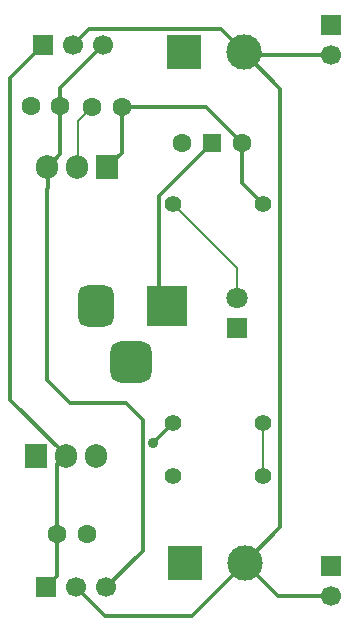
<source format=gtl>
%TF.GenerationSoftware,KiCad,Pcbnew,9.0.4*%
%TF.CreationDate,2025-10-15T15:11:25+01:00*%
%TF.ProjectId,breadboardPowerSupply,62726561-6462-46f6-9172-64506f776572,rev?*%
%TF.SameCoordinates,Original*%
%TF.FileFunction,Copper,L1,Top*%
%TF.FilePolarity,Positive*%
%FSLAX46Y46*%
G04 Gerber Fmt 4.6, Leading zero omitted, Abs format (unit mm)*
G04 Created by KiCad (PCBNEW 9.0.4) date 2025-10-15 15:11:25*
%MOMM*%
%LPD*%
G01*
G04 APERTURE LIST*
G04 Aperture macros list*
%AMRoundRect*
0 Rectangle with rounded corners*
0 $1 Rounding radius*
0 $2 $3 $4 $5 $6 $7 $8 $9 X,Y pos of 4 corners*
0 Add a 4 corners polygon primitive as box body*
4,1,4,$2,$3,$4,$5,$6,$7,$8,$9,$2,$3,0*
0 Add four circle primitives for the rounded corners*
1,1,$1+$1,$2,$3*
1,1,$1+$1,$4,$5*
1,1,$1+$1,$6,$7*
1,1,$1+$1,$8,$9*
0 Add four rect primitives between the rounded corners*
20,1,$1+$1,$2,$3,$4,$5,0*
20,1,$1+$1,$4,$5,$6,$7,0*
20,1,$1+$1,$6,$7,$8,$9,0*
20,1,$1+$1,$8,$9,$2,$3,0*%
G04 Aperture macros list end*
%TA.AperFunction,ComponentPad*%
%ADD10RoundRect,0.875000X-0.875000X-0.875000X0.875000X-0.875000X0.875000X0.875000X-0.875000X0.875000X0*%
%TD*%
%TA.AperFunction,ComponentPad*%
%ADD11RoundRect,0.750000X-0.750000X-1.000000X0.750000X-1.000000X0.750000X1.000000X-0.750000X1.000000X0*%
%TD*%
%TA.AperFunction,ComponentPad*%
%ADD12R,3.500000X3.500000*%
%TD*%
%TA.AperFunction,ComponentPad*%
%ADD13R,3.000000X3.000000*%
%TD*%
%TA.AperFunction,ComponentPad*%
%ADD14C,3.000000*%
%TD*%
%TA.AperFunction,ComponentPad*%
%ADD15C,1.400000*%
%TD*%
%TA.AperFunction,ComponentPad*%
%ADD16R,1.500000X1.500000*%
%TD*%
%TA.AperFunction,ComponentPad*%
%ADD17C,1.600000*%
%TD*%
%TA.AperFunction,ComponentPad*%
%ADD18R,1.700000X1.700000*%
%TD*%
%TA.AperFunction,ComponentPad*%
%ADD19C,1.700000*%
%TD*%
%TA.AperFunction,ComponentPad*%
%ADD20R,1.800000X1.800000*%
%TD*%
%TA.AperFunction,ComponentPad*%
%ADD21C,1.800000*%
%TD*%
%TA.AperFunction,ComponentPad*%
%ADD22R,1.905000X2.000000*%
%TD*%
%TA.AperFunction,ComponentPad*%
%ADD23O,1.905000X2.000000*%
%TD*%
%TA.AperFunction,ViaPad*%
%ADD24C,0.900000*%
%TD*%
%TA.AperFunction,Conductor*%
%ADD25C,0.350000*%
%TD*%
%TA.AperFunction,Conductor*%
%ADD26C,0.200000*%
%TD*%
G04 APERTURE END LIST*
D10*
%TO.P,J6,3*%
%TO.N,GND*%
X153090000Y-115982500D03*
D11*
%TO.P,J6,2*%
X150090000Y-111282500D03*
D12*
%TO.P,J6,1*%
%TO.N,/PWR_input*%
X156090000Y-111282500D03*
%TD*%
D13*
%TO.P,J5,1,Pin_1*%
%TO.N,GND*%
X157600000Y-133010000D03*
D14*
%TO.P,J5,2,Pin_2*%
%TO.N,/PWR_output*%
X162680000Y-133010000D03*
%TD*%
D15*
%TO.P,R3,1*%
%TO.N,GND*%
X156640000Y-125620000D03*
%TO.P,R3,2*%
%TO.N,Net-(U2-ADJ)*%
X164260000Y-125620000D03*
%TD*%
D16*
%TO.P,SW1,1,B*%
%TO.N,/PWR_input*%
X159940000Y-97440000D03*
D17*
%TO.P,SW1,2,C*%
%TO.N,unconnected-(SW1-C-Pad2)*%
X157400000Y-97440000D03*
%TO.P,SW1,3,A*%
%TO.N,/12V*%
X162480000Y-97440000D03*
%TD*%
D18*
%TO.P,J1,1,Pin_1*%
%TO.N,GND*%
X170000000Y-87460000D03*
D19*
%TO.P,J1,2,Pin_2*%
%TO.N,/PWR_output*%
X170000000Y-90000000D03*
%TD*%
D18*
%TO.P,J4,1,Pin_1*%
%TO.N,/3.3V*%
X145890000Y-135090000D03*
D19*
%TO.P,J4,2,Pin_2*%
%TO.N,/PWR_output*%
X148430000Y-135090000D03*
%TO.P,J4,3,Pin_3*%
%TO.N,/5V*%
X150970000Y-135090000D03*
%TD*%
D17*
%TO.P,C1,1*%
%TO.N,GND*%
X149760000Y-94400000D03*
%TO.P,C1,2*%
%TO.N,/12V*%
X152260000Y-94400000D03*
%TD*%
D18*
%TO.P,J3,1,Pin_1*%
%TO.N,/3.3V*%
X145620000Y-89210000D03*
D19*
%TO.P,J3,2,Pin_2*%
%TO.N,/PWR_output*%
X148160000Y-89210000D03*
%TO.P,J3,3,Pin_3*%
%TO.N,/5V*%
X150700000Y-89210000D03*
%TD*%
D13*
%TO.P,J7,1,Pin_1*%
%TO.N,GND*%
X157520000Y-89770000D03*
D14*
%TO.P,J7,2,Pin_2*%
%TO.N,/PWR_output*%
X162600000Y-89770000D03*
%TD*%
D18*
%TO.P,J2,1,Pin_1*%
%TO.N,GND*%
X169980000Y-133280000D03*
D19*
%TO.P,J2,2,Pin_2*%
%TO.N,/PWR_output*%
X169980000Y-135820000D03*
%TD*%
D17*
%TO.P,C3,1*%
%TO.N,/3.3V*%
X146830000Y-130550000D03*
%TO.P,C3,2*%
%TO.N,GND*%
X149330000Y-130550000D03*
%TD*%
D15*
%TO.P,R1,1*%
%TO.N,Net-(U2-ADJ)*%
X164260000Y-121150000D03*
%TO.P,R1,2*%
%TO.N,/3.3V*%
X156640000Y-121150000D03*
%TD*%
D17*
%TO.P,C2,1*%
%TO.N,/5V*%
X147070000Y-94300000D03*
%TO.P,C2,2*%
%TO.N,GND*%
X144570000Y-94300000D03*
%TD*%
D20*
%TO.P,D1,1,K*%
%TO.N,GND*%
X162000000Y-113125000D03*
D21*
%TO.P,D1,2,A*%
%TO.N,Net-(D1-A)*%
X162000000Y-110585000D03*
%TD*%
D22*
%TO.P,U2,1,ADJ*%
%TO.N,Net-(U2-ADJ)*%
X145000000Y-123950000D03*
D23*
%TO.P,U2,2,VO*%
%TO.N,/3.3V*%
X147540000Y-123950000D03*
%TO.P,U2,3,VI*%
%TO.N,/12V*%
X150080000Y-123950000D03*
%TD*%
D15*
%TO.P,R2,1*%
%TO.N,Net-(D1-A)*%
X156620000Y-102640000D03*
%TO.P,R2,2*%
%TO.N,/12V*%
X164240000Y-102640000D03*
%TD*%
D22*
%TO.P,U1,1,VI*%
%TO.N,/12V*%
X151060000Y-99520000D03*
D23*
%TO.P,U1,2,GND*%
%TO.N,GND*%
X148520000Y-99520000D03*
%TO.P,U1,3,VO*%
%TO.N,/5V*%
X145980000Y-99520000D03*
%TD*%
D24*
%TO.N,/3.3V*%
X154925000Y-122900000D03*
%TD*%
D25*
%TO.N,/12V*%
X152260000Y-98320000D02*
X151060000Y-99520000D01*
X152260000Y-94400000D02*
X152260000Y-98320000D01*
D26*
%TO.N,GND*%
X148550000Y-95610000D02*
X149760000Y-94400000D01*
X148550000Y-99490000D02*
X148550000Y-95610000D01*
X148520000Y-99520000D02*
X148550000Y-99490000D01*
D25*
%TO.N,/5V*%
X154050000Y-132010000D02*
X150970000Y-135090000D01*
X154050000Y-120900000D02*
X154050000Y-132010000D01*
X152650000Y-119500000D02*
X154050000Y-120900000D01*
X145950000Y-101350000D02*
X145950000Y-117550000D01*
X147070000Y-98430000D02*
X146010000Y-99490000D01*
X147900000Y-119500000D02*
X152650000Y-119500000D01*
X147070000Y-94300000D02*
X147070000Y-98430000D01*
X146010000Y-99490000D02*
X146010000Y-101290000D01*
X146010000Y-101290000D02*
X145950000Y-101350000D01*
X145950000Y-117550000D02*
X147900000Y-119500000D01*
%TO.N,/12V*%
X162480000Y-100880000D02*
X164240000Y-102640000D01*
X162480000Y-97440000D02*
X162480000Y-100880000D01*
X159440000Y-94400000D02*
X162480000Y-97440000D01*
X152330000Y-93860000D02*
X151920000Y-94270000D01*
X152260000Y-94400000D02*
X159440000Y-94400000D01*
%TO.N,/5V*%
X147070000Y-92840000D02*
X147070000Y-94300000D01*
X150700000Y-89210000D02*
X147070000Y-92840000D01*
%TO.N,/3.3V*%
X146830000Y-124660000D02*
X147540000Y-123950000D01*
X146830000Y-134150000D02*
X145890000Y-135090000D01*
X142850000Y-91980000D02*
X142850000Y-119212500D01*
X145620000Y-89210000D02*
X142850000Y-91980000D01*
X147540000Y-123902500D02*
X147540000Y-123950000D01*
X156640000Y-121150000D02*
X156640000Y-121185000D01*
X146830000Y-130550000D02*
X146830000Y-124660000D01*
X142850000Y-119212500D02*
X147540000Y-123902500D01*
X156640000Y-121185000D02*
X154925000Y-122900000D01*
X146830000Y-130550000D02*
X146830000Y-134150000D01*
D26*
%TO.N,Net-(D1-A)*%
X162000000Y-110585000D02*
X162000000Y-108020000D01*
X162000000Y-108020000D02*
X156620000Y-102640000D01*
D25*
%TO.N,/PWR_output*%
X158190000Y-137500000D02*
X162680000Y-133010000D01*
X162680000Y-133010000D02*
X165490000Y-135820000D01*
X162830000Y-90000000D02*
X162600000Y-89770000D01*
X165700000Y-92870000D02*
X162600000Y-89770000D01*
X165700000Y-129990000D02*
X165700000Y-92870000D01*
X170000000Y-90000000D02*
X162830000Y-90000000D01*
X162600000Y-89770000D02*
X160674000Y-87844000D01*
X165490000Y-135820000D02*
X169980000Y-135820000D01*
X149526000Y-87844000D02*
X148160000Y-89210000D01*
X160674000Y-87844000D02*
X149526000Y-87844000D01*
X162680000Y-133010000D02*
X165700000Y-129990000D01*
X148430000Y-135090000D02*
X150840000Y-137500000D01*
X150840000Y-137500000D02*
X158190000Y-137500000D01*
%TO.N,/PWR_input*%
X159940000Y-97440000D02*
X155450000Y-101930000D01*
X155450000Y-110642500D02*
X156090000Y-111282500D01*
X155450000Y-101930000D02*
X155450000Y-110642500D01*
D26*
%TO.N,Net-(U2-ADJ)*%
X164260000Y-121150000D02*
X164260000Y-125620000D01*
%TD*%
M02*

</source>
